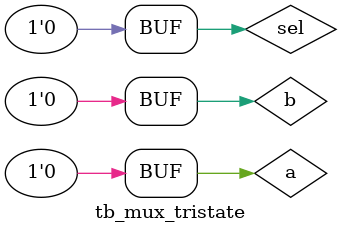
<source format=v>
`timescale 1us/1ns
module tb_mux_tristate(
    // no inputs here;
);
    reg a,b;
    reg sel;
    wire dout;

    // Instantiate the DUT
    mux_tristate MUX1(
        .a(a),
        .b(b),
        .sel(sel),
        .dout(dout)
    );

    // Toggle sel (select line)
    initial begin
        $monitor("a=%b, b=%b, sel=%b, dout=%b", a, b, sel, dout);
        #1; a=0; b=0; sel=0;
        #1; a=1; b=0; sel=0;
        #1; a=1; b=0; sel=1;
        #1; a=0; b=1; sel=1;
        #1; a=0; b=0; sel=0;
    end
endmodule
</source>
